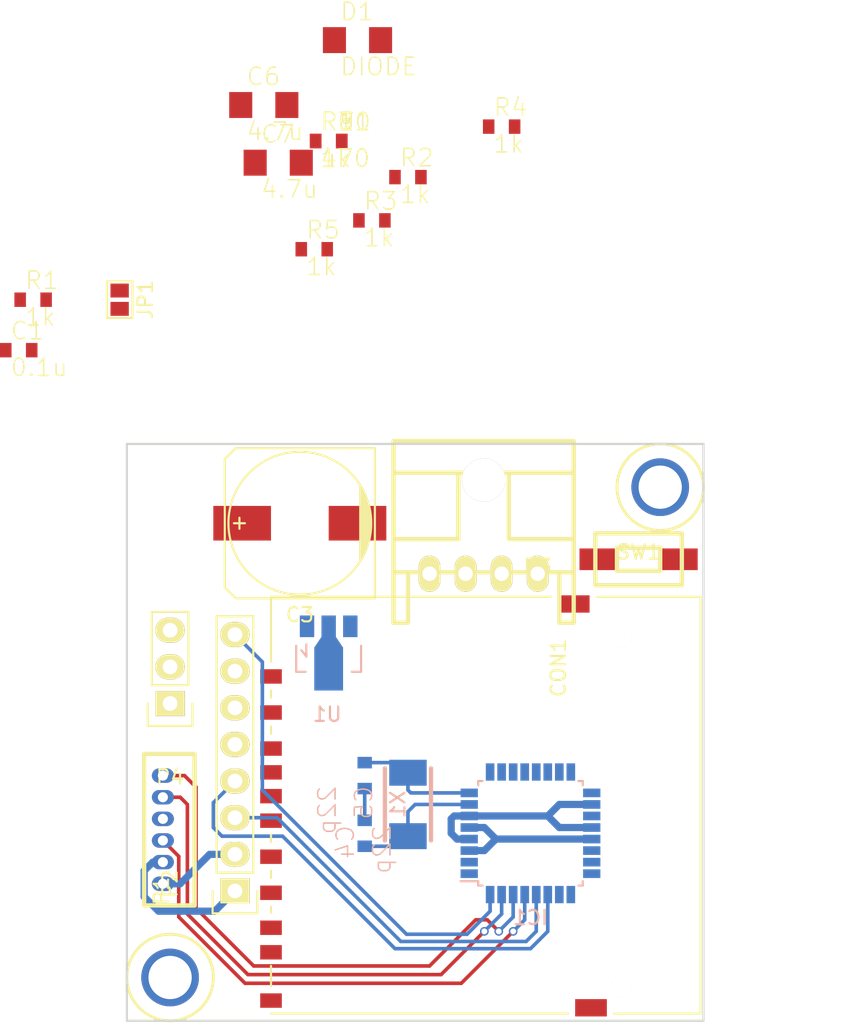
<source format=kicad_pcb>
(kicad_pcb (version 4) (host pcbnew 4.0.6)

  (general
    (links 73)
    (no_connects 50)
    (area -0.075001 -0.075001 40.075001 40.075001)
    (thickness 1.6)
    (drawings 6)
    (tracks 87)
    (zones 0)
    (modules 28)
    (nets 23)
  )

  (page A4)
  (layers
    (0 F.Cu signal)
    (31 B.Cu signal)
    (32 B.Adhes user)
    (33 F.Adhes user)
    (34 B.Paste user)
    (35 F.Paste user)
    (36 B.SilkS user)
    (37 F.SilkS user)
    (38 B.Mask user)
    (39 F.Mask user)
    (40 Dwgs.User user)
    (41 Cmts.User user)
    (42 Eco1.User user)
    (43 Eco2.User user)
    (44 Edge.Cuts user)
    (45 Margin user)
    (46 B.CrtYd user)
    (47 F.CrtYd user)
    (48 B.Fab user)
    (49 F.Fab user)
  )

  (setup
    (last_trace_width 0.25)
    (user_trace_width 0.5)
    (user_trace_width 1)
    (trace_clearance 0.2)
    (zone_clearance 0.4)
    (zone_45_only no)
    (trace_min 0.2)
    (segment_width 0.2)
    (edge_width 0.15)
    (via_size 0.6)
    (via_drill 0.4)
    (via_min_size 0.4)
    (via_min_drill 0.3)
    (user_via 1.2 0.8)
    (user_via 4 3)
    (uvia_size 0.3)
    (uvia_drill 0.1)
    (uvias_allowed no)
    (uvia_min_size 0.2)
    (uvia_min_drill 0.1)
    (pcb_text_width 0.3)
    (pcb_text_size 1.5 1.5)
    (mod_edge_width 0.15)
    (mod_text_size 1 1)
    (mod_text_width 0.15)
    (pad_size 1.524 1.524)
    (pad_drill 0.762)
    (pad_to_mask_clearance 0.2)
    (aux_axis_origin 0 0)
    (visible_elements 7FFEFFFF)
    (pcbplotparams
      (layerselection 0x00030_80000001)
      (usegerberextensions false)
      (excludeedgelayer true)
      (linewidth 0.100000)
      (plotframeref false)
      (viasonmask false)
      (mode 1)
      (useauxorigin false)
      (hpglpennumber 1)
      (hpglpenspeed 20)
      (hpglpendiameter 15)
      (hpglpenoverlay 2)
      (psnegative false)
      (psa4output false)
      (plotreference true)
      (plotvalue true)
      (plotinvisibletext false)
      (padsonsilk false)
      (subtractmaskfromsilk false)
      (outputformat 1)
      (mirror false)
      (drillshape 1)
      (scaleselection 1)
      (outputdirectory ""))
  )

  (net 0 "")
  (net 1 +5V)
  (net 2 GND)
  (net 3 /SS)
  (net 4 /MOSI)
  (net 5 /MISO)
  (net 6 /CLK)
  (net 7 /I2C_SDA)
  (net 8 /I2C_SCL)
  (net 9 /RST)
  (net 10 /RX)
  (net 11 /TX)
  (net 12 "Net-(JP1-Pad1)")
  (net 13 /INT)
  (net 14 "Net-(C4-Pad2)")
  (net 15 "Net-(C5-Pad2)")
  (net 16 +3.3V)
  (net 17 "Net-(D1-Pad2)")
  (net 18 /IR)
  (net 19 /Vsense)
  (net 20 "Net-(CON1-Pad1)")
  (net 21 "Net-(CON1-Pad2)")
  (net 22 "Net-(CON1-Pad5)")

  (net_class Default "これは標準のネット クラスです。"
    (clearance 0.2)
    (trace_width 0.25)
    (via_dia 0.6)
    (via_drill 0.4)
    (uvia_dia 0.3)
    (uvia_drill 0.1)
    (add_net +3.3V)
    (add_net +5V)
    (add_net /CLK)
    (add_net /I2C_SCL)
    (add_net /I2C_SDA)
    (add_net /INT)
    (add_net /IR)
    (add_net /MISO)
    (add_net /MOSI)
    (add_net /RST)
    (add_net /RX)
    (add_net /SS)
    (add_net /TX)
    (add_net /Vsense)
    (add_net GND)
    (add_net "Net-(C4-Pad2)")
    (add_net "Net-(C5-Pad2)")
    (add_net "Net-(CON1-Pad1)")
    (add_net "Net-(CON1-Pad2)")
    (add_net "Net-(CON1-Pad5)")
    (add_net "Net-(D1-Pad2)")
    (add_net "Net-(JP1-Pad1)")
  )

  (module Connect:SD_Card_Receptacle (layer F.Cu) (tedit 54A89A84) (tstamp 59537FF4)
    (at 10 25.5 90)
    (path /59538308)
    (fp_text reference CON1 (at 9.96386 19.9312 90) (layer F.SilkS)
      (effects (font (size 1 1) (thickness 0.15)))
    )
    (fp_text value SD_Card (at -1.2 9 90) (layer F.Fab)
      (effects (font (size 1 1) (thickness 0.15)))
    )
    (fp_line (start -14.7 41.05) (end 15.5 41.05) (layer F.CrtYd) (width 0.05))
    (fp_line (start 15.5 41.05) (end 15.5 -1.25) (layer F.CrtYd) (width 0.05))
    (fp_line (start 15.5 -1.25) (end -14.7 -1.25) (layer F.CrtYd) (width 0.05))
    (fp_line (start -14.7 -1.25) (end -14.7 41.05) (layer F.CrtYd) (width 0.05))
    (fp_line (start 7.9 0) (end 8.4 0) (layer F.SilkS) (width 0.15))
    (fp_line (start 5.4 0) (end 5.9 0) (layer F.SilkS) (width 0.15))
    (fp_line (start -2.1 0) (end -1.6 0) (layer F.SilkS) (width 0.15))
    (fp_line (start -4.6 0) (end -4.1 0) (layer F.SilkS) (width 0.15))
    (fp_line (start -7 0) (end -6.6 0) (layer F.SilkS) (width 0.15))
    (fp_line (start -12.1 0) (end -10.7 0) (layer F.SilkS) (width 0.15))
    (fp_line (start -14 20.6) (end -14 0) (layer F.SilkS) (width 0.15))
    (fp_line (start 14.9 19.4) (end 14.9 0) (layer F.SilkS) (width 0.15))
    (fp_line (start 14.9 0) (end 10.4 0) (layer F.SilkS) (width 0.15))
    (fp_line (start 14.9 29.8) (end -14 29.8) (layer F.SilkS) (width 0.15))
    (fp_line (start -14 29.8) (end -14 23.8) (layer F.SilkS) (width 0.15))
    (fp_line (start 14.9 29.8) (end 14.9 22.6) (layer F.SilkS) (width 0.15))
    (pad 1 smd rect (at 6.875 0 90) (size 1 1.5) (layers F.Cu F.Paste F.Mask)
      (net 20 "Net-(CON1-Pad1)"))
    (pad 2 smd rect (at 4.375 0 90) (size 1 1.5) (layers F.Cu F.Paste F.Mask)
      (net 21 "Net-(CON1-Pad2)"))
    (pad 3 smd rect (at 1.075 0 90) (size 1 1.5) (layers F.Cu F.Paste F.Mask)
      (net 2 GND))
    (pad 4 smd rect (at -0.625 0 90) (size 1 1.5) (layers F.Cu F.Paste F.Mask)
      (net 16 +3.3V))
    (pad 5 smd rect (at -3.125 0 90) (size 1 1.5) (layers F.Cu F.Paste F.Mask)
      (net 22 "Net-(CON1-Pad5)"))
    (pad 6 smd rect (at -5.625 0 90) (size 1 1.5) (layers F.Cu F.Paste F.Mask)
      (net 2 GND))
    (pad 7 smd rect (at -8.05 0 90) (size 1 1.5) (layers F.Cu F.Paste F.Mask)
      (net 5 /MISO))
    (pad 8 smd rect (at -9.75 0 90) (size 1 1.5) (layers F.Cu F.Paste F.Mask))
    (pad 9 smd rect (at 9.375 0 90) (size 1 1.5) (layers F.Cu F.Paste F.Mask))
    (pad 10 smd rect (at 2.725 0 90) (size 1 1.5) (layers F.Cu F.Paste F.Mask))
    (pad 11 smd rect (at -13.1 0 90) (size 1 1.5) (layers F.Cu F.Paste F.Mask))
    (pad 12 smd rect (at 14.4 21 90) (size 1.2 2.2) (layers F.Cu F.Paste F.Mask)
      (net 2 GND))
    (pad 13 smd rect (at -13.6 22.2 90) (size 1.2 2.2) (layers F.Cu F.Paste F.Mask)
      (net 2 GND))
    (pad "" np_thru_hole circle (at 12.1 24.3 90) (size 1.5 1.5) (drill 1.5) (layers *.Cu *.Mask F.SilkS))
    (pad "" np_thru_hole circle (at -12.1 24.3 90) (size 1.5 1.5) (drill 1.5) (layers *.Cu *.Mask F.SilkS))
  )

  (module RP_KiCAD_Libs:C1608_WP (layer F.Cu) (tedit 57C3E677) (tstamp 5950C6B2)
    (at -7.5 -6.5)
    (descr <b>CAPACITOR</b>)
    (path /594E10C9)
    (fp_text reference C1 (at -0.635 -0.635) (layer F.SilkS)
      (effects (font (size 1.2065 1.2065) (thickness 0.1016)) (justify left bottom))
    )
    (fp_text value 0.1u (at -0.635 1.905) (layer F.SilkS)
      (effects (font (size 1.2065 1.2065) (thickness 0.1016)) (justify left bottom))
    )
    (fp_line (start -0.356 -0.432) (end 0.356 -0.432) (layer Dwgs.User) (width 0.1016))
    (fp_line (start -0.356 0.419) (end 0.356 0.419) (layer Dwgs.User) (width 0.1016))
    (fp_poly (pts (xy -0.8382 0.4699) (xy -0.3381 0.4699) (xy -0.3381 -0.4801) (xy -0.8382 -0.4801)) (layer Dwgs.User) (width 0))
    (fp_poly (pts (xy 0.3302 0.4699) (xy 0.8303 0.4699) (xy 0.8303 -0.4801) (xy 0.3302 -0.4801)) (layer Dwgs.User) (width 0))
    (fp_poly (pts (xy -0.1999 0.3) (xy 0.1999 0.3) (xy 0.1999 -0.3) (xy -0.1999 -0.3)) (layer F.Adhes) (width 0))
    (pad 1 smd rect (at -0.9 0) (size 0.8 1) (layers F.Cu F.Paste F.Mask)
      (net 1 +5V))
    (pad 2 smd rect (at 0.9 0) (size 0.8 1) (layers F.Cu F.Paste F.Mask)
      (net 2 GND))
    (model Resistors_SMD.3dshapes/R_0603.wrl
      (at (xyz 0 0 0))
      (scale (xyz 1 1 1))
      (rotate (xyz 0 0 0))
    )
  )

  (module Connect:GS2 (layer F.Cu) (tedit 0) (tstamp 5950C6DC)
    (at -0.5 -10)
    (descr "Pontet Goute de soudure")
    (path /594E1ECE)
    (attr virtual)
    (fp_text reference JP1 (at 1.778 0 90) (layer F.SilkS)
      (effects (font (size 1 1) (thickness 0.15)))
    )
    (fp_text value JUMPER (at 1.524 0 90) (layer F.Fab)
      (effects (font (size 1 1) (thickness 0.15)))
    )
    (fp_line (start -0.889 -1.27) (end -0.889 1.27) (layer F.SilkS) (width 0.15))
    (fp_line (start 0.889 1.27) (end 0.889 -1.27) (layer F.SilkS) (width 0.15))
    (fp_line (start 0.889 1.27) (end -0.889 1.27) (layer F.SilkS) (width 0.15))
    (fp_line (start -0.889 -1.27) (end 0.889 -1.27) (layer F.SilkS) (width 0.15))
    (pad 1 smd rect (at 0 -0.635) (size 1.27 0.9652) (layers F.Cu F.Paste F.Mask)
      (net 12 "Net-(JP1-Pad1)"))
    (pad 2 smd rect (at 0 0.635) (size 1.27 0.9652) (layers F.Cu F.Paste F.Mask)
      (net 2 GND))
  )

  (module Socket_Strips:Socket_Strip_Straight_1x08 (layer F.Cu) (tedit 0) (tstamp 5950C6E8)
    (at 7.5 31 90)
    (descr "Through hole socket strip")
    (tags "socket strip")
    (path /594E11AB)
    (fp_text reference P1 (at 0 -5.1 90) (layer F.SilkS)
      (effects (font (size 1 1) (thickness 0.15)))
    )
    (fp_text value CONN_01X08 (at 0 -3.1 90) (layer F.Fab)
      (effects (font (size 1 1) (thickness 0.15)))
    )
    (fp_line (start -1.75 -1.75) (end -1.75 1.75) (layer F.CrtYd) (width 0.05))
    (fp_line (start 19.55 -1.75) (end 19.55 1.75) (layer F.CrtYd) (width 0.05))
    (fp_line (start -1.75 -1.75) (end 19.55 -1.75) (layer F.CrtYd) (width 0.05))
    (fp_line (start -1.75 1.75) (end 19.55 1.75) (layer F.CrtYd) (width 0.05))
    (fp_line (start 1.27 1.27) (end 19.05 1.27) (layer F.SilkS) (width 0.15))
    (fp_line (start 19.05 1.27) (end 19.05 -1.27) (layer F.SilkS) (width 0.15))
    (fp_line (start 19.05 -1.27) (end 1.27 -1.27) (layer F.SilkS) (width 0.15))
    (fp_line (start -1.55 1.55) (end 0 1.55) (layer F.SilkS) (width 0.15))
    (fp_line (start 1.27 1.27) (end 1.27 -1.27) (layer F.SilkS) (width 0.15))
    (fp_line (start 0 -1.55) (end -1.55 -1.55) (layer F.SilkS) (width 0.15))
    (fp_line (start -1.55 -1.55) (end -1.55 1.55) (layer F.SilkS) (width 0.15))
    (pad 1 thru_hole rect (at 0 0 90) (size 1.7272 2.032) (drill 1.016) (layers *.Cu *.Mask F.SilkS)
      (net 1 +5V))
    (pad 2 thru_hole oval (at 2.54 0 90) (size 1.7272 2.032) (drill 1.016) (layers *.Cu *.Mask F.SilkS)
      (net 2 GND))
    (pad 3 thru_hole oval (at 5.08 0 90) (size 1.7272 2.032) (drill 1.016) (layers *.Cu *.Mask F.SilkS)
      (net 8 /I2C_SCL))
    (pad 4 thru_hole oval (at 7.62 0 90) (size 1.7272 2.032) (drill 1.016) (layers *.Cu *.Mask F.SilkS)
      (net 7 /I2C_SDA))
    (pad 5 thru_hole oval (at 10.16 0 90) (size 1.7272 2.032) (drill 1.016) (layers *.Cu *.Mask F.SilkS))
    (pad 6 thru_hole oval (at 12.7 0 90) (size 1.7272 2.032) (drill 1.016) (layers *.Cu *.Mask F.SilkS))
    (pad 7 thru_hole oval (at 15.24 0 90) (size 1.7272 2.032) (drill 1.016) (layers *.Cu *.Mask F.SilkS)
      (net 12 "Net-(JP1-Pad1)"))
    (pad 8 thru_hole oval (at 17.78 0 90) (size 1.7272 2.032) (drill 1.016) (layers *.Cu *.Mask F.SilkS)
      (net 13 /INT))
    (model Socket_Strips.3dshapes/Socket_Strip_Straight_1x08.wrl
      (at (xyz 0.35 0 0))
      (scale (xyz 1 1 1))
      (rotate (xyz 0 0 180))
    )
  )

  (module RP_KiCAD_Connector:ZH_6T (layer F.Cu) (tedit 585B7582) (tstamp 5950C6F2)
    (at 2.5 30.5 90)
    (path /594E17E2)
    (fp_text reference P2 (at 0 0.5 90) (layer F.SilkS)
      (effects (font (size 1 1) (thickness 0.15)))
    )
    (fp_text value CONN_01X06 (at 3.5 1.5 90) (layer F.Fab)
      (effects (font (size 1 1) (thickness 0.15)))
    )
    (fp_line (start -1.5 -1.3) (end 9 -1.3) (layer F.SilkS) (width 0.3))
    (fp_line (start 9 -1.3) (end 9 2.2) (layer F.SilkS) (width 0.3))
    (fp_line (start 9 2.2) (end -1.5 2.2) (layer F.SilkS) (width 0.3))
    (fp_line (start -1.5 2.2) (end -1.5 -1.3) (layer F.SilkS) (width 0.3))
    (pad 1 thru_hole oval (at 0 0 90) (size 1 1.524) (drill 0.7) (layers *.Cu *.Mask)
      (net 2 GND))
    (pad 2 thru_hole oval (at 1.5 0 90) (size 1 1.524) (drill 0.7) (layers *.Cu *.Mask)
      (net 1 +5V))
    (pad 3 thru_hole oval (at 3 0 90) (size 1 1.524) (drill 0.7) (layers *.Cu *.Mask)
      (net 9 /RST))
    (pad 4 thru_hole oval (at 4.5 0 90) (size 1 1.524) (drill 0.7) (layers *.Cu *.Mask))
    (pad 5 thru_hole oval (at 6 0 90) (size 1 1.524) (drill 0.7) (layers *.Cu *.Mask)
      (net 11 /TX))
    (pad 6 thru_hole oval (at 7.5 0 90) (size 1 1.524) (drill 0.7) (layers *.Cu *.Mask)
      (net 10 /RX))
    (model conn_ZRandZH/ZH_6T.wrl
      (at (xyz 0.148 0.05 0))
      (scale (xyz 4 4 4))
      (rotate (xyz -90 0 180))
    )
  )

  (module RP_KiCAD_Connector:XA_4LC (layer F.Cu) (tedit 585B7649) (tstamp 5950C6FB)
    (at 28.5 9 180)
    (path /594E23C7)
    (fp_text reference P3 (at 0 0.5 180) (layer F.SilkS)
      (effects (font (size 1 1) (thickness 0.15)))
    )
    (fp_text value CONN_01X04 (at 3.5 8 180) (layer F.Fab)
      (effects (font (size 1 1) (thickness 0.15)))
    )
    (fp_line (start 10 9.2) (end -2.5 9.2) (layer F.SilkS) (width 0.3))
    (fp_line (start 10 -3.4) (end 10 9.2) (layer F.SilkS) (width 0.3))
    (fp_line (start 9 0.1) (end 9 -3.4) (layer F.SilkS) (width 0.3))
    (fp_line (start 9 -3.4) (end 10 -3.4) (layer F.SilkS) (width 0.3))
    (fp_line (start -2.5 0.1) (end 10 0.1) (layer F.SilkS) (width 0.3))
    (fp_line (start 5.5 2.4) (end 5.5 7) (layer F.SilkS) (width 0.3))
    (fp_line (start 5.5 2.4) (end 10 2.4) (layer F.SilkS) (width 0.3))
    (fp_line (start 2 7) (end 2 2.4) (layer F.SilkS) (width 0.3))
    (fp_line (start 2 2.4) (end -2.5 2.4) (layer F.SilkS) (width 0.3))
    (fp_line (start -2.5 7) (end 10 7) (layer F.SilkS) (width 0.3))
    (fp_line (start -2.5 -3.4) (end -2.5 9.2) (layer F.SilkS) (width 0.3))
    (fp_line (start -2.5 -3.4) (end -1.5 -3.4) (layer F.SilkS) (width 0.3))
    (fp_line (start -1.5 -3.4) (end -1.5 0.1) (layer F.SilkS) (width 0.3))
    (pad 1 thru_hole oval (at 0 0 180) (size 1.5 2.5) (drill 1) (layers *.Cu *.Mask F.SilkS)
      (net 2 GND))
    (pad 2 thru_hole oval (at 2.5 0 180) (size 1.5 2.5) (drill 1) (layers *.Cu *.Mask F.SilkS)
      (net 17 "Net-(D1-Pad2)"))
    (pad 3 thru_hole oval (at 5 0 180) (size 1.5 2.5) (drill 1) (layers *.Cu *.Mask F.SilkS)
      (net 10 /RX))
    (pad 4 thru_hole oval (at 7.5 0 180) (size 1.5 2.5) (drill 1) (layers *.Cu *.Mask F.SilkS)
      (net 11 /TX))
    (pad "" thru_hole circle (at 3.75 6.5 180) (size 3 3) (drill 3) (layers *.Cu *.Mask F.SilkS)
      (clearance -0.3))
    (model conn_XA/XA_4S.wrl
      (at (xyz 0.15 -0.2 0))
      (scale (xyz 4 4 4))
      (rotate (xyz 0 0 180))
    )
  )

  (module RP_KiCAD_Libs:C1608_WP (layer F.Cu) (tedit 57C3E677) (tstamp 5950C701)
    (at -6.5 -10)
    (descr <b>CAPACITOR</b>)
    (path /594E1526)
    (fp_text reference R1 (at -0.635 -0.635) (layer F.SilkS)
      (effects (font (size 1.2065 1.2065) (thickness 0.1016)) (justify left bottom))
    )
    (fp_text value 1k (at -0.635 1.905) (layer F.SilkS)
      (effects (font (size 1.2065 1.2065) (thickness 0.1016)) (justify left bottom))
    )
    (fp_line (start -0.356 -0.432) (end 0.356 -0.432) (layer Dwgs.User) (width 0.1016))
    (fp_line (start -0.356 0.419) (end 0.356 0.419) (layer Dwgs.User) (width 0.1016))
    (fp_poly (pts (xy -0.8382 0.4699) (xy -0.3381 0.4699) (xy -0.3381 -0.4801) (xy -0.8382 -0.4801)) (layer Dwgs.User) (width 0))
    (fp_poly (pts (xy 0.3302 0.4699) (xy 0.8303 0.4699) (xy 0.8303 -0.4801) (xy 0.3302 -0.4801)) (layer Dwgs.User) (width 0))
    (fp_poly (pts (xy -0.1999 0.3) (xy 0.1999 0.3) (xy 0.1999 -0.3) (xy -0.1999 -0.3)) (layer F.Adhes) (width 0))
    (pad 1 smd rect (at -0.9 0) (size 0.8 1) (layers F.Cu F.Paste F.Mask)
      (net 1 +5V))
    (pad 2 smd rect (at 0.9 0) (size 0.8 1) (layers F.Cu F.Paste F.Mask)
      (net 9 /RST))
    (model Resistors_SMD.3dshapes/R_0603.wrl
      (at (xyz 0 0 0))
      (scale (xyz 1 1 1))
      (rotate (xyz 0 0 0))
    )
  )

  (module RP_KiCAD_Libs:C1608_WP (layer B.Cu) (tedit 57C3E677) (tstamp 5950CEC0)
    (at 16.5 27 270)
    (descr <b>CAPACITOR</b>)
    (path /5950E91B)
    (fp_text reference C4 (at -0.635 0.635 270) (layer B.SilkS)
      (effects (font (size 1.2065 1.2065) (thickness 0.1016)) (justify left bottom mirror))
    )
    (fp_text value 22p (at -0.635 -1.905 270) (layer B.SilkS)
      (effects (font (size 1.2065 1.2065) (thickness 0.1016)) (justify left bottom mirror))
    )
    (fp_line (start -0.356 0.432) (end 0.356 0.432) (layer Dwgs.User) (width 0.1016))
    (fp_line (start -0.356 -0.419) (end 0.356 -0.419) (layer Dwgs.User) (width 0.1016))
    (fp_poly (pts (xy -0.8382 -0.4699) (xy -0.3381 -0.4699) (xy -0.3381 0.4801) (xy -0.8382 0.4801)) (layer Dwgs.User) (width 0))
    (fp_poly (pts (xy 0.3302 -0.4699) (xy 0.8303 -0.4699) (xy 0.8303 0.4801) (xy 0.3302 0.4801)) (layer Dwgs.User) (width 0))
    (fp_poly (pts (xy -0.1999 -0.3) (xy 0.1999 -0.3) (xy 0.1999 0.3) (xy -0.1999 0.3)) (layer B.Adhes) (width 0))
    (pad 1 smd rect (at -0.9 0 270) (size 0.8 1) (layers B.Cu B.Paste B.Mask)
      (net 2 GND))
    (pad 2 smd rect (at 0.9 0 270) (size 0.8 1) (layers B.Cu B.Paste B.Mask)
      (net 14 "Net-(C4-Pad2)"))
    (model Resistors_SMD.3dshapes/R_0603.wrl
      (at (xyz 0 0 0))
      (scale (xyz 1 1 1))
      (rotate (xyz 0 0 0))
    )
  )

  (module RP_KiCAD_Libs:C1608_WP (layer B.Cu) (tedit 57C3E677) (tstamp 5950CEC6)
    (at 16.5 23 90)
    (descr <b>CAPACITOR</b>)
    (path /5950E972)
    (fp_text reference C5 (at -0.635 0.635 90) (layer B.SilkS)
      (effects (font (size 1.2065 1.2065) (thickness 0.1016)) (justify left bottom mirror))
    )
    (fp_text value 22p (at -0.635 -1.905 90) (layer B.SilkS)
      (effects (font (size 1.2065 1.2065) (thickness 0.1016)) (justify left bottom mirror))
    )
    (fp_line (start -0.356 0.432) (end 0.356 0.432) (layer Dwgs.User) (width 0.1016))
    (fp_line (start -0.356 -0.419) (end 0.356 -0.419) (layer Dwgs.User) (width 0.1016))
    (fp_poly (pts (xy -0.8382 -0.4699) (xy -0.3381 -0.4699) (xy -0.3381 0.4801) (xy -0.8382 0.4801)) (layer Dwgs.User) (width 0))
    (fp_poly (pts (xy 0.3302 -0.4699) (xy 0.8303 -0.4699) (xy 0.8303 0.4801) (xy 0.3302 0.4801)) (layer Dwgs.User) (width 0))
    (fp_poly (pts (xy -0.1999 -0.3) (xy 0.1999 -0.3) (xy 0.1999 0.3) (xy -0.1999 0.3)) (layer B.Adhes) (width 0))
    (pad 1 smd rect (at -0.9 0 90) (size 0.8 1) (layers B.Cu B.Paste B.Mask)
      (net 2 GND))
    (pad 2 smd rect (at 0.9 0 90) (size 0.8 1) (layers B.Cu B.Paste B.Mask)
      (net 15 "Net-(C5-Pad2)"))
    (model Resistors_SMD.3dshapes/R_0603.wrl
      (at (xyz 0 0 0))
      (scale (xyz 1 1 1))
      (rotate (xyz 0 0 0))
    )
  )

  (module RP_KiCAD_Libs:C3216 (layer F.Cu) (tedit 0) (tstamp 5950CECC)
    (at 9.5 -23.5)
    (descr <b>CAPACITOR</b>)
    (path /5950DC49)
    (fp_text reference C6 (at -1.27 -1.27) (layer F.SilkS)
      (effects (font (size 1.2065 1.2065) (thickness 0.1016)) (justify left bottom))
    )
    (fp_text value 4.7u (at -1.27 2.54) (layer F.SilkS)
      (effects (font (size 1.2065 1.2065) (thickness 0.1016)) (justify left bottom))
    )
    (fp_line (start -0.965 -0.787) (end 0.965 -0.787) (layer Dwgs.User) (width 0.1016))
    (fp_line (start -0.965 0.787) (end 0.965 0.787) (layer Dwgs.User) (width 0.1016))
    (fp_poly (pts (xy -1.7018 0.8509) (xy -0.9517 0.8509) (xy -0.9517 -0.8491) (xy -1.7018 -0.8491)) (layer Dwgs.User) (width 0))
    (fp_poly (pts (xy 0.9517 0.8491) (xy 1.7018 0.8491) (xy 1.7018 -0.8509) (xy 0.9517 -0.8509)) (layer Dwgs.User) (width 0))
    (fp_poly (pts (xy -0.3 0.5001) (xy 0.3 0.5001) (xy 0.3 -0.5001) (xy -0.3 -0.5001)) (layer F.Adhes) (width 0))
    (pad 1 smd rect (at -1.6 0) (size 1.6 1.8) (layers F.Cu F.Paste F.Mask)
      (net 1 +5V))
    (pad 2 smd rect (at 1.6 0) (size 1.6 1.8) (layers F.Cu F.Paste F.Mask)
      (net 2 GND))
    (model Resistors_SMD.3dshapes/R_1206.wrl
      (at (xyz 0 0 0))
      (scale (xyz 1 1 1))
      (rotate (xyz 0 0 0))
    )
  )

  (module RP_KiCAD_Libs:C3216 (layer F.Cu) (tedit 0) (tstamp 5950CED2)
    (at 10.5 -19.5)
    (descr <b>CAPACITOR</b>)
    (path /5950DCEB)
    (fp_text reference C7 (at -1.27 -1.27) (layer F.SilkS)
      (effects (font (size 1.2065 1.2065) (thickness 0.1016)) (justify left bottom))
    )
    (fp_text value 4.7u (at -1.27 2.54) (layer F.SilkS)
      (effects (font (size 1.2065 1.2065) (thickness 0.1016)) (justify left bottom))
    )
    (fp_line (start -0.965 -0.787) (end 0.965 -0.787) (layer Dwgs.User) (width 0.1016))
    (fp_line (start -0.965 0.787) (end 0.965 0.787) (layer Dwgs.User) (width 0.1016))
    (fp_poly (pts (xy -1.7018 0.8509) (xy -0.9517 0.8509) (xy -0.9517 -0.8491) (xy -1.7018 -0.8491)) (layer Dwgs.User) (width 0))
    (fp_poly (pts (xy 0.9517 0.8491) (xy 1.7018 0.8491) (xy 1.7018 -0.8509) (xy 0.9517 -0.8509)) (layer Dwgs.User) (width 0))
    (fp_poly (pts (xy -0.3 0.5001) (xy 0.3 0.5001) (xy 0.3 -0.5001) (xy -0.3 -0.5001)) (layer F.Adhes) (width 0))
    (pad 1 smd rect (at -1.6 0) (size 1.6 1.8) (layers F.Cu F.Paste F.Mask)
      (net 16 +3.3V))
    (pad 2 smd rect (at 1.6 0) (size 1.6 1.8) (layers F.Cu F.Paste F.Mask)
      (net 2 GND))
    (model Resistors_SMD.3dshapes/R_1206.wrl
      (at (xyz 0 0 0))
      (scale (xyz 1 1 1))
      (rotate (xyz 0 0 0))
    )
  )

  (module RP_KiCAD_Libs:C3216 (layer F.Cu) (tedit 0) (tstamp 5950CED8)
    (at 16 -28)
    (descr <b>CAPACITOR</b>)
    (path /59515641)
    (fp_text reference D1 (at -1.27 -1.27) (layer F.SilkS)
      (effects (font (size 1.2065 1.2065) (thickness 0.1016)) (justify left bottom))
    )
    (fp_text value DIODE (at -1.27 2.54) (layer F.SilkS)
      (effects (font (size 1.2065 1.2065) (thickness 0.1016)) (justify left bottom))
    )
    (fp_line (start -0.965 -0.787) (end 0.965 -0.787) (layer Dwgs.User) (width 0.1016))
    (fp_line (start -0.965 0.787) (end 0.965 0.787) (layer Dwgs.User) (width 0.1016))
    (fp_poly (pts (xy -1.7018 0.8509) (xy -0.9517 0.8509) (xy -0.9517 -0.8491) (xy -1.7018 -0.8491)) (layer Dwgs.User) (width 0))
    (fp_poly (pts (xy 0.9517 0.8491) (xy 1.7018 0.8491) (xy 1.7018 -0.8509) (xy 0.9517 -0.8509)) (layer Dwgs.User) (width 0))
    (fp_poly (pts (xy -0.3 0.5001) (xy 0.3 0.5001) (xy 0.3 -0.5001) (xy -0.3 -0.5001)) (layer F.Adhes) (width 0))
    (pad 1 smd rect (at -1.6 0) (size 1.6 1.8) (layers F.Cu F.Paste F.Mask)
      (net 1 +5V))
    (pad 2 smd rect (at 1.6 0) (size 1.6 1.8) (layers F.Cu F.Paste F.Mask)
      (net 17 "Net-(D1-Pad2)"))
    (model Resistors_SMD.3dshapes/R_1206.wrl
      (at (xyz 0 0 0))
      (scale (xyz 1 1 1))
      (rotate (xyz 0 0 0))
    )
  )

  (module Pin_Headers:Pin_Header_Straight_1x03 (layer F.Cu) (tedit 0) (tstamp 5950CEDF)
    (at 3 18 180)
    (descr "Through hole pin header")
    (tags "pin header")
    (path /5950F6E4)
    (fp_text reference P4 (at 0 -5.1 180) (layer F.SilkS)
      (effects (font (size 1 1) (thickness 0.15)))
    )
    (fp_text value CONN_01X03 (at 0 -3.1 180) (layer F.Fab)
      (effects (font (size 1 1) (thickness 0.15)))
    )
    (fp_line (start -1.75 -1.75) (end -1.75 6.85) (layer F.CrtYd) (width 0.05))
    (fp_line (start 1.75 -1.75) (end 1.75 6.85) (layer F.CrtYd) (width 0.05))
    (fp_line (start -1.75 -1.75) (end 1.75 -1.75) (layer F.CrtYd) (width 0.05))
    (fp_line (start -1.75 6.85) (end 1.75 6.85) (layer F.CrtYd) (width 0.05))
    (fp_line (start -1.27 1.27) (end -1.27 6.35) (layer F.SilkS) (width 0.15))
    (fp_line (start -1.27 6.35) (end 1.27 6.35) (layer F.SilkS) (width 0.15))
    (fp_line (start 1.27 6.35) (end 1.27 1.27) (layer F.SilkS) (width 0.15))
    (fp_line (start 1.55 -1.55) (end 1.55 0) (layer F.SilkS) (width 0.15))
    (fp_line (start 1.27 1.27) (end -1.27 1.27) (layer F.SilkS) (width 0.15))
    (fp_line (start -1.55 0) (end -1.55 -1.55) (layer F.SilkS) (width 0.15))
    (fp_line (start -1.55 -1.55) (end 1.55 -1.55) (layer F.SilkS) (width 0.15))
    (pad 1 thru_hole rect (at 0 0 180) (size 2.032 1.7272) (drill 1.016) (layers *.Cu *.Mask F.SilkS)
      (net 18 /IR))
    (pad 2 thru_hole oval (at 0 2.54 180) (size 2.032 1.7272) (drill 1.016) (layers *.Cu *.Mask F.SilkS)
      (net 2 GND))
    (pad 3 thru_hole oval (at 0 5.08 180) (size 2.032 1.7272) (drill 1.016) (layers *.Cu *.Mask F.SilkS)
      (net 1 +5V))
    (model Pin_Headers.3dshapes/Pin_Header_Straight_1x03.wrl
      (at (xyz 0 -0.1 0))
      (scale (xyz 1 1 1))
      (rotate (xyz 0 0 90))
    )
  )

  (module RP_KiCAD_Libs:C1608_WP (layer F.Cu) (tedit 57C3E677) (tstamp 5950CEE5)
    (at 19.5 -18.5)
    (descr <b>CAPACITOR</b>)
    (path /59517E92)
    (fp_text reference R2 (at -0.635 -0.635) (layer F.SilkS)
      (effects (font (size 1.2065 1.2065) (thickness 0.1016)) (justify left bottom))
    )
    (fp_text value 1k (at -0.635 1.905) (layer F.SilkS)
      (effects (font (size 1.2065 1.2065) (thickness 0.1016)) (justify left bottom))
    )
    (fp_line (start -0.356 -0.432) (end 0.356 -0.432) (layer Dwgs.User) (width 0.1016))
    (fp_line (start -0.356 0.419) (end 0.356 0.419) (layer Dwgs.User) (width 0.1016))
    (fp_poly (pts (xy -0.8382 0.4699) (xy -0.3381 0.4699) (xy -0.3381 -0.4801) (xy -0.8382 -0.4801)) (layer Dwgs.User) (width 0))
    (fp_poly (pts (xy 0.3302 0.4699) (xy 0.8303 0.4699) (xy 0.8303 -0.4801) (xy 0.3302 -0.4801)) (layer Dwgs.User) (width 0))
    (fp_poly (pts (xy -0.1999 0.3) (xy 0.1999 0.3) (xy 0.1999 -0.3) (xy -0.1999 -0.3)) (layer F.Adhes) (width 0))
    (pad 1 smd rect (at -0.9 0) (size 0.8 1) (layers F.Cu F.Paste F.Mask)
      (net 19 /Vsense))
    (pad 2 smd rect (at 0.9 0) (size 0.8 1) (layers F.Cu F.Paste F.Mask)
      (net 17 "Net-(D1-Pad2)"))
    (model Resistors_SMD.3dshapes/R_0603.wrl
      (at (xyz 0 0 0))
      (scale (xyz 1 1 1))
      (rotate (xyz 0 0 0))
    )
  )

  (module RP_KiCAD_Libs:C1608_WP (layer F.Cu) (tedit 57C3E677) (tstamp 5950CEEB)
    (at 17 -15.5)
    (descr <b>CAPACITOR</b>)
    (path /59510516)
    (fp_text reference R3 (at -0.635 -0.635) (layer F.SilkS)
      (effects (font (size 1.2065 1.2065) (thickness 0.1016)) (justify left bottom))
    )
    (fp_text value 1k (at -0.635 1.905) (layer F.SilkS)
      (effects (font (size 1.2065 1.2065) (thickness 0.1016)) (justify left bottom))
    )
    (fp_line (start -0.356 -0.432) (end 0.356 -0.432) (layer Dwgs.User) (width 0.1016))
    (fp_line (start -0.356 0.419) (end 0.356 0.419) (layer Dwgs.User) (width 0.1016))
    (fp_poly (pts (xy -0.8382 0.4699) (xy -0.3381 0.4699) (xy -0.3381 -0.4801) (xy -0.8382 -0.4801)) (layer Dwgs.User) (width 0))
    (fp_poly (pts (xy 0.3302 0.4699) (xy 0.8303 0.4699) (xy 0.8303 -0.4801) (xy 0.3302 -0.4801)) (layer Dwgs.User) (width 0))
    (fp_poly (pts (xy -0.1999 0.3) (xy 0.1999 0.3) (xy 0.1999 -0.3) (xy -0.1999 -0.3)) (layer F.Adhes) (width 0))
    (pad 1 smd rect (at -0.9 0) (size 0.8 1) (layers F.Cu F.Paste F.Mask)
      (net 7 /I2C_SDA))
    (pad 2 smd rect (at 0.9 0) (size 0.8 1) (layers F.Cu F.Paste F.Mask)
      (net 1 +5V))
    (model Resistors_SMD.3dshapes/R_0603.wrl
      (at (xyz 0 0 0))
      (scale (xyz 1 1 1))
      (rotate (xyz 0 0 0))
    )
  )

  (module RP_KiCAD_Libs:C1608_WP (layer F.Cu) (tedit 57C3E677) (tstamp 5950CEF1)
    (at 26 -22)
    (descr <b>CAPACITOR</b>)
    (path /59510629)
    (fp_text reference R4 (at -0.635 -0.635) (layer F.SilkS)
      (effects (font (size 1.2065 1.2065) (thickness 0.1016)) (justify left bottom))
    )
    (fp_text value 1k (at -0.635 1.905) (layer F.SilkS)
      (effects (font (size 1.2065 1.2065) (thickness 0.1016)) (justify left bottom))
    )
    (fp_line (start -0.356 -0.432) (end 0.356 -0.432) (layer Dwgs.User) (width 0.1016))
    (fp_line (start -0.356 0.419) (end 0.356 0.419) (layer Dwgs.User) (width 0.1016))
    (fp_poly (pts (xy -0.8382 0.4699) (xy -0.3381 0.4699) (xy -0.3381 -0.4801) (xy -0.8382 -0.4801)) (layer Dwgs.User) (width 0))
    (fp_poly (pts (xy 0.3302 0.4699) (xy 0.8303 0.4699) (xy 0.8303 -0.4801) (xy 0.3302 -0.4801)) (layer Dwgs.User) (width 0))
    (fp_poly (pts (xy -0.1999 0.3) (xy 0.1999 0.3) (xy 0.1999 -0.3) (xy -0.1999 -0.3)) (layer F.Adhes) (width 0))
    (pad 1 smd rect (at -0.9 0) (size 0.8 1) (layers F.Cu F.Paste F.Mask)
      (net 8 /I2C_SCL))
    (pad 2 smd rect (at 0.9 0) (size 0.8 1) (layers F.Cu F.Paste F.Mask)
      (net 1 +5V))
    (model Resistors_SMD.3dshapes/R_0603.wrl
      (at (xyz 0 0 0))
      (scale (xyz 1 1 1))
      (rotate (xyz 0 0 0))
    )
  )

  (module RP_KiCAD_Libs:C1608_WP (layer F.Cu) (tedit 57C3E677) (tstamp 5950CEF7)
    (at 13 -13.5)
    (descr <b>CAPACITOR</b>)
    (path /59517F58)
    (fp_text reference R5 (at -0.635 -0.635) (layer F.SilkS)
      (effects (font (size 1.2065 1.2065) (thickness 0.1016)) (justify left bottom))
    )
    (fp_text value 1k (at -0.635 1.905) (layer F.SilkS)
      (effects (font (size 1.2065 1.2065) (thickness 0.1016)) (justify left bottom))
    )
    (fp_line (start -0.356 -0.432) (end 0.356 -0.432) (layer Dwgs.User) (width 0.1016))
    (fp_line (start -0.356 0.419) (end 0.356 0.419) (layer Dwgs.User) (width 0.1016))
    (fp_poly (pts (xy -0.8382 0.4699) (xy -0.3381 0.4699) (xy -0.3381 -0.4801) (xy -0.8382 -0.4801)) (layer Dwgs.User) (width 0))
    (fp_poly (pts (xy 0.3302 0.4699) (xy 0.8303 0.4699) (xy 0.8303 -0.4801) (xy 0.3302 -0.4801)) (layer Dwgs.User) (width 0))
    (fp_poly (pts (xy -0.1999 0.3) (xy 0.1999 0.3) (xy 0.1999 -0.3) (xy -0.1999 -0.3)) (layer F.Adhes) (width 0))
    (pad 1 smd rect (at -0.9 0) (size 0.8 1) (layers F.Cu F.Paste F.Mask)
      (net 2 GND))
    (pad 2 smd rect (at 0.9 0) (size 0.8 1) (layers F.Cu F.Paste F.Mask)
      (net 19 /Vsense))
    (model Resistors_SMD.3dshapes/R_0603.wrl
      (at (xyz 0 0 0))
      (scale (xyz 1 1 1))
      (rotate (xyz 0 0 0))
    )
  )

  (module RP_KiCAD_Libs:C1608_WP (layer F.Cu) (tedit 57C3E677) (tstamp 5950CEFD)
    (at 14 -21)
    (descr <b>CAPACITOR</b>)
    (path /59511C87)
    (fp_text reference R6 (at -0.635 -0.635) (layer F.SilkS)
      (effects (font (size 1.2065 1.2065) (thickness 0.1016)) (justify left bottom))
    )
    (fp_text value 470 (at -0.635 1.905) (layer F.SilkS)
      (effects (font (size 1.2065 1.2065) (thickness 0.1016)) (justify left bottom))
    )
    (fp_line (start -0.356 -0.432) (end 0.356 -0.432) (layer Dwgs.User) (width 0.1016))
    (fp_line (start -0.356 0.419) (end 0.356 0.419) (layer Dwgs.User) (width 0.1016))
    (fp_poly (pts (xy -0.8382 0.4699) (xy -0.3381 0.4699) (xy -0.3381 -0.4801) (xy -0.8382 -0.4801)) (layer Dwgs.User) (width 0))
    (fp_poly (pts (xy 0.3302 0.4699) (xy 0.8303 0.4699) (xy 0.8303 -0.4801) (xy 0.3302 -0.4801)) (layer Dwgs.User) (width 0))
    (fp_poly (pts (xy -0.1999 0.3) (xy 0.1999 0.3) (xy 0.1999 -0.3) (xy -0.1999 -0.3)) (layer F.Adhes) (width 0))
    (pad 1 smd rect (at -0.9 0) (size 0.8 1) (layers F.Cu F.Paste F.Mask)
      (net 21 "Net-(CON1-Pad2)"))
    (pad 2 smd rect (at 0.9 0) (size 0.8 1) (layers F.Cu F.Paste F.Mask)
      (net 4 /MOSI))
    (model Resistors_SMD.3dshapes/R_0603.wrl
      (at (xyz 0 0 0))
      (scale (xyz 1 1 1))
      (rotate (xyz 0 0 0))
    )
  )

  (module RP_KiCAD_Libs:C1608_WP (layer F.Cu) (tedit 57C3E677) (tstamp 5950CF03)
    (at 14 -21)
    (descr <b>CAPACITOR</b>)
    (path /59511C8D)
    (fp_text reference R7 (at -0.635 -0.635) (layer F.SilkS)
      (effects (font (size 1.2065 1.2065) (thickness 0.1016)) (justify left bottom))
    )
    (fp_text value 1k (at -0.635 1.905) (layer F.SilkS)
      (effects (font (size 1.2065 1.2065) (thickness 0.1016)) (justify left bottom))
    )
    (fp_line (start -0.356 -0.432) (end 0.356 -0.432) (layer Dwgs.User) (width 0.1016))
    (fp_line (start -0.356 0.419) (end 0.356 0.419) (layer Dwgs.User) (width 0.1016))
    (fp_poly (pts (xy -0.8382 0.4699) (xy -0.3381 0.4699) (xy -0.3381 -0.4801) (xy -0.8382 -0.4801)) (layer Dwgs.User) (width 0))
    (fp_poly (pts (xy 0.3302 0.4699) (xy 0.8303 0.4699) (xy 0.8303 -0.4801) (xy 0.3302 -0.4801)) (layer Dwgs.User) (width 0))
    (fp_poly (pts (xy -0.1999 0.3) (xy 0.1999 0.3) (xy 0.1999 -0.3) (xy -0.1999 -0.3)) (layer F.Adhes) (width 0))
    (pad 1 smd rect (at -0.9 0) (size 0.8 1) (layers F.Cu F.Paste F.Mask)
      (net 21 "Net-(CON1-Pad2)"))
    (pad 2 smd rect (at 0.9 0) (size 0.8 1) (layers F.Cu F.Paste F.Mask)
      (net 2 GND))
    (model Resistors_SMD.3dshapes/R_0603.wrl
      (at (xyz 0 0 0))
      (scale (xyz 1 1 1))
      (rotate (xyz 0 0 0))
    )
  )

  (module RP_KiCAD_Libs:C1608_WP (layer F.Cu) (tedit 57C3E677) (tstamp 5950CF09)
    (at 14 -21)
    (descr <b>CAPACITOR</b>)
    (path /59511D7F)
    (fp_text reference R8 (at -0.635 -0.635) (layer F.SilkS)
      (effects (font (size 1.2065 1.2065) (thickness 0.1016)) (justify left bottom))
    )
    (fp_text value 470 (at -0.635 1.905) (layer F.SilkS)
      (effects (font (size 1.2065 1.2065) (thickness 0.1016)) (justify left bottom))
    )
    (fp_line (start -0.356 -0.432) (end 0.356 -0.432) (layer Dwgs.User) (width 0.1016))
    (fp_line (start -0.356 0.419) (end 0.356 0.419) (layer Dwgs.User) (width 0.1016))
    (fp_poly (pts (xy -0.8382 0.4699) (xy -0.3381 0.4699) (xy -0.3381 -0.4801) (xy -0.8382 -0.4801)) (layer Dwgs.User) (width 0))
    (fp_poly (pts (xy 0.3302 0.4699) (xy 0.8303 0.4699) (xy 0.8303 -0.4801) (xy 0.3302 -0.4801)) (layer Dwgs.User) (width 0))
    (fp_poly (pts (xy -0.1999 0.3) (xy 0.1999 0.3) (xy 0.1999 -0.3) (xy -0.1999 -0.3)) (layer F.Adhes) (width 0))
    (pad 1 smd rect (at -0.9 0) (size 0.8 1) (layers F.Cu F.Paste F.Mask)
      (net 20 "Net-(CON1-Pad1)"))
    (pad 2 smd rect (at 0.9 0) (size 0.8 1) (layers F.Cu F.Paste F.Mask)
      (net 3 /SS))
    (model Resistors_SMD.3dshapes/R_0603.wrl
      (at (xyz 0 0 0))
      (scale (xyz 1 1 1))
      (rotate (xyz 0 0 0))
    )
  )

  (module RP_KiCAD_Libs:C1608_WP (layer F.Cu) (tedit 57C3E677) (tstamp 5950CF0F)
    (at 14 -21)
    (descr <b>CAPACITOR</b>)
    (path /59511D85)
    (fp_text reference R9 (at -0.635 -0.635) (layer F.SilkS)
      (effects (font (size 1.2065 1.2065) (thickness 0.1016)) (justify left bottom))
    )
    (fp_text value 1k (at -0.635 1.905) (layer F.SilkS)
      (effects (font (size 1.2065 1.2065) (thickness 0.1016)) (justify left bottom))
    )
    (fp_line (start -0.356 -0.432) (end 0.356 -0.432) (layer Dwgs.User) (width 0.1016))
    (fp_line (start -0.356 0.419) (end 0.356 0.419) (layer Dwgs.User) (width 0.1016))
    (fp_poly (pts (xy -0.8382 0.4699) (xy -0.3381 0.4699) (xy -0.3381 -0.4801) (xy -0.8382 -0.4801)) (layer Dwgs.User) (width 0))
    (fp_poly (pts (xy 0.3302 0.4699) (xy 0.8303 0.4699) (xy 0.8303 -0.4801) (xy 0.3302 -0.4801)) (layer Dwgs.User) (width 0))
    (fp_poly (pts (xy -0.1999 0.3) (xy 0.1999 0.3) (xy 0.1999 -0.3) (xy -0.1999 -0.3)) (layer F.Adhes) (width 0))
    (pad 1 smd rect (at -0.9 0) (size 0.8 1) (layers F.Cu F.Paste F.Mask)
      (net 20 "Net-(CON1-Pad1)"))
    (pad 2 smd rect (at 0.9 0) (size 0.8 1) (layers F.Cu F.Paste F.Mask)
      (net 2 GND))
    (model Resistors_SMD.3dshapes/R_0603.wrl
      (at (xyz 0 0 0))
      (scale (xyz 1 1 1))
      (rotate (xyz 0 0 0))
    )
  )

  (module RP_KiCAD_Libs:C1608_WP (layer F.Cu) (tedit 57C3E677) (tstamp 5950CF15)
    (at 14 -21)
    (descr <b>CAPACITOR</b>)
    (path /59511D19)
    (fp_text reference R10 (at -0.635 -0.635) (layer F.SilkS)
      (effects (font (size 1.2065 1.2065) (thickness 0.1016)) (justify left bottom))
    )
    (fp_text value 470 (at -0.635 1.905) (layer F.SilkS)
      (effects (font (size 1.2065 1.2065) (thickness 0.1016)) (justify left bottom))
    )
    (fp_line (start -0.356 -0.432) (end 0.356 -0.432) (layer Dwgs.User) (width 0.1016))
    (fp_line (start -0.356 0.419) (end 0.356 0.419) (layer Dwgs.User) (width 0.1016))
    (fp_poly (pts (xy -0.8382 0.4699) (xy -0.3381 0.4699) (xy -0.3381 -0.4801) (xy -0.8382 -0.4801)) (layer Dwgs.User) (width 0))
    (fp_poly (pts (xy 0.3302 0.4699) (xy 0.8303 0.4699) (xy 0.8303 -0.4801) (xy 0.3302 -0.4801)) (layer Dwgs.User) (width 0))
    (fp_poly (pts (xy -0.1999 0.3) (xy 0.1999 0.3) (xy 0.1999 -0.3) (xy -0.1999 -0.3)) (layer F.Adhes) (width 0))
    (pad 1 smd rect (at -0.9 0) (size 0.8 1) (layers F.Cu F.Paste F.Mask)
      (net 22 "Net-(CON1-Pad5)"))
    (pad 2 smd rect (at 0.9 0) (size 0.8 1) (layers F.Cu F.Paste F.Mask)
      (net 6 /CLK))
    (model Resistors_SMD.3dshapes/R_0603.wrl
      (at (xyz 0 0 0))
      (scale (xyz 1 1 1))
      (rotate (xyz 0 0 0))
    )
  )

  (module RP_KiCAD_Libs:C1608_WP (layer F.Cu) (tedit 57C3E677) (tstamp 5950CF1B)
    (at 14 -21)
    (descr <b>CAPACITOR</b>)
    (path /59511D1F)
    (fp_text reference R11 (at -0.635 -0.635) (layer F.SilkS)
      (effects (font (size 1.2065 1.2065) (thickness 0.1016)) (justify left bottom))
    )
    (fp_text value 1k (at -0.635 1.905) (layer F.SilkS)
      (effects (font (size 1.2065 1.2065) (thickness 0.1016)) (justify left bottom))
    )
    (fp_line (start -0.356 -0.432) (end 0.356 -0.432) (layer Dwgs.User) (width 0.1016))
    (fp_line (start -0.356 0.419) (end 0.356 0.419) (layer Dwgs.User) (width 0.1016))
    (fp_poly (pts (xy -0.8382 0.4699) (xy -0.3381 0.4699) (xy -0.3381 -0.4801) (xy -0.8382 -0.4801)) (layer Dwgs.User) (width 0))
    (fp_poly (pts (xy 0.3302 0.4699) (xy 0.8303 0.4699) (xy 0.8303 -0.4801) (xy 0.3302 -0.4801)) (layer Dwgs.User) (width 0))
    (fp_poly (pts (xy -0.1999 0.3) (xy 0.1999 0.3) (xy 0.1999 -0.3) (xy -0.1999 -0.3)) (layer F.Adhes) (width 0))
    (pad 1 smd rect (at -0.9 0) (size 0.8 1) (layers F.Cu F.Paste F.Mask)
      (net 22 "Net-(CON1-Pad5)"))
    (pad 2 smd rect (at 0.9 0) (size 0.8 1) (layers F.Cu F.Paste F.Mask)
      (net 2 GND))
    (model Resistors_SMD.3dshapes/R_0603.wrl
      (at (xyz 0 0 0))
      (scale (xyz 1 1 1))
      (rotate (xyz 0 0 0))
    )
  )

  (module Buttons_Switches_SMD:RP_SMD_Button (layer F.Cu) (tedit 585B7517) (tstamp 5950CF21)
    (at 35.5 8 180)
    (path /5950E380)
    (fp_text reference SW1 (at 0 0.5 180) (layer F.SilkS)
      (effects (font (size 1 1) (thickness 0.15)))
    )
    (fp_text value SW_PUSH (at 0 -1 180) (layer F.Fab)
      (effects (font (size 1 1) (thickness 0.15)))
    )
    (fp_line (start 1.5 -0.8) (end -1.5 -0.8) (layer F.SilkS) (width 0.3))
    (fp_line (start -1.5 -0.8) (end -1.5 0.8) (layer F.SilkS) (width 0.3))
    (fp_line (start -1.5 0.8) (end 1.5 0.8) (layer F.SilkS) (width 0.3))
    (fp_line (start 1.5 0.8) (end 1.5 -0.8) (layer F.SilkS) (width 0.3))
    (fp_line (start 3 -1.8) (end -3 -1.8) (layer F.SilkS) (width 0.3))
    (fp_line (start -3 -1.8) (end -3 1.8) (layer F.SilkS) (width 0.3))
    (fp_line (start -3 1.8) (end 3 1.8) (layer F.SilkS) (width 0.3))
    (fp_line (start 3 1.8) (end 3 -1.8) (layer F.SilkS) (width 0.3))
    (pad 1 smd rect (at 2.8 0 180) (size 2.6 1.5) (layers F.Cu F.Paste F.Mask)
      (net 9 /RST))
    (pad 2 smd rect (at -2.8 0 180) (size 2.6 1.5) (layers F.Cu F.Paste F.Mask)
      (net 2 GND))
    (model switch/smd_push.wrl
      (at (xyz 0 0 0))
      (scale (xyz 1 1 1))
      (rotate (xyz 0 0 0))
    )
  )

  (module TO_SOT_Packages_SMD:SOT89-3_Housing (layer B.Cu) (tedit 0) (tstamp 5950CF2A)
    (at 14 14.5)
    (descr "SOT89-3, Housing,")
    (tags "SOT89-3, Housing,")
    (path /5951A2A6)
    (attr smd)
    (fp_text reference U1 (at -0.09906 4.24942) (layer B.SilkS)
      (effects (font (size 1 1) (thickness 0.15)) (justify mirror))
    )
    (fp_text value NCP1117ST33T3G (at -0.20066 -4.59994) (layer B.Fab)
      (effects (font (size 1 1) (thickness 0.15)) (justify mirror))
    )
    (fp_line (start -1.89992 -0.20066) (end -1.651 0.09906) (layer B.SilkS) (width 0.15))
    (fp_line (start -1.651 0.09906) (end -1.5494 0.24892) (layer B.SilkS) (width 0.15))
    (fp_line (start -1.5494 0.24892) (end -1.5494 -0.59944) (layer B.SilkS) (width 0.15))
    (fp_line (start -2.25044 1.30048) (end -2.25044 -0.50038) (layer B.SilkS) (width 0.15))
    (fp_line (start -2.25044 1.30048) (end -1.6002 1.30048) (layer B.SilkS) (width 0.15))
    (fp_line (start 2.25044 1.30048) (end 2.25044 -0.50038) (layer B.SilkS) (width 0.15))
    (fp_line (start 2.25044 1.30048) (end 1.6002 1.30048) (layer B.SilkS) (width 0.15))
    (pad 1 smd rect (at -1.50114 -1.85166) (size 1.00076 1.50114) (layers B.Cu B.Paste B.Mask)
      (net 2 GND))
    (pad 2 smd rect (at 0 -1.85166) (size 1.00076 1.50114) (layers B.Cu B.Paste B.Mask)
      (net 16 +3.3V))
    (pad 3 smd rect (at 1.50114 -1.85166) (size 1.00076 1.50114) (layers B.Cu B.Paste B.Mask)
      (net 1 +5V))
    (pad 2 smd rect (at 0 1.09982) (size 1.99898 2.99974) (layers B.Cu B.Paste B.Mask)
      (net 16 +3.3V))
    (pad 2 smd trapezoid (at 0 -0.7493 180) (size 1.50114 0.7493) (rect_delta 0 -0.50038 ) (layers B.Cu B.Paste B.Mask)
      (net 16 +3.3V))
    (model TO_SOT_Packages_SMD.3dshapes/SOT89-3_Housing.wrl
      (at (xyz 0 0 0))
      (scale (xyz 0.3937 0.3937 0.3937))
      (rotate (xyz 0 0 0))
    )
  )

  (module Crystals:ABM3_2pads (layer B.Cu) (tedit 588219AC) (tstamp 5950CF30)
    (at 19.5 25 90)
    (path /5950E60D)
    (fp_text reference X1 (at 0 -0.7 90) (layer B.SilkS)
      (effects (font (size 1 1) (thickness 0.15)) (justify mirror))
    )
    (fp_text value CRYSTAL (at 0 0.6 90) (layer B.Fab)
      (effects (font (size 1 1) (thickness 0.15)) (justify mirror))
    )
    (fp_line (start -2.5 -1.6) (end 2.5 -1.6) (layer B.SilkS) (width 0.3))
    (fp_line (start -2.5 1.6) (end 2.5 1.6) (layer B.SilkS) (width 0.3))
    (pad 1 smd rect (at -2.2 0 90) (size 1.8 2.6) (layers B.Cu B.Paste B.Mask)
      (net 14 "Net-(C4-Pad2)"))
    (pad 2 smd rect (at 2.2 0 90) (size 1.8 2.6) (layers B.Cu B.Paste B.Mask)
      (net 15 "Net-(C5-Pad2)"))
    (model crystal/crystal_smd_5x3.2mm.wrl
      (at (xyz 0 0 0))
      (scale (xyz 1 1 1))
      (rotate (xyz 0 0 0))
    )
  )

  (module Housings_QFP:LQFP-32_7x7mm_Pitch0.8mm (layer B.Cu) (tedit 54130A77) (tstamp 5950CFD2)
    (at 28 27)
    (descr "LQFP32: plastic low profile quad flat package; 32 leads; body 7 x 7 x 1.4 mm (see NXP sot358-1_po.pdf and sot358-1_fr.pdf)")
    (tags "QFP 0.8")
    (path /594E0F52)
    (attr smd)
    (fp_text reference IC1 (at 0 5.85) (layer B.SilkS)
      (effects (font (size 1 1) (thickness 0.15)) (justify mirror))
    )
    (fp_text value ATMEGA328-A (at 0 -5.85) (layer B.Fab)
      (effects (font (size 1 1) (thickness 0.15)) (justify mirror))
    )
    (fp_line (start -5.1 5.1) (end -5.1 -5.1) (layer B.CrtYd) (width 0.05))
    (fp_line (start 5.1 5.1) (end 5.1 -5.1) (layer B.CrtYd) (width 0.05))
    (fp_line (start -5.1 5.1) (end 5.1 5.1) (layer B.CrtYd) (width 0.05))
    (fp_line (start -5.1 -5.1) (end 5.1 -5.1) (layer B.CrtYd) (width 0.05))
    (fp_line (start -3.625 3.625) (end -3.625 3.325) (layer B.SilkS) (width 0.15))
    (fp_line (start 3.625 3.625) (end 3.625 3.325) (layer B.SilkS) (width 0.15))
    (fp_line (start 3.625 -3.625) (end 3.625 -3.325) (layer B.SilkS) (width 0.15))
    (fp_line (start -3.625 -3.625) (end -3.625 -3.325) (layer B.SilkS) (width 0.15))
    (fp_line (start -3.625 3.625) (end -3.325 3.625) (layer B.SilkS) (width 0.15))
    (fp_line (start -3.625 -3.625) (end -3.325 -3.625) (layer B.SilkS) (width 0.15))
    (fp_line (start 3.625 -3.625) (end 3.325 -3.625) (layer B.SilkS) (width 0.15))
    (fp_line (start 3.625 3.625) (end 3.325 3.625) (layer B.SilkS) (width 0.15))
    (fp_line (start -3.625 3.325) (end -4.85 3.325) (layer B.SilkS) (width 0.15))
    (pad 1 smd rect (at -4.25 2.8) (size 1.2 0.6) (layers B.Cu B.Paste B.Mask)
      (net 18 /IR))
    (pad 2 smd rect (at -4.25 2) (size 1.2 0.6) (layers B.Cu B.Paste B.Mask))
    (pad 3 smd rect (at -4.25 1.2) (size 1.2 0.6) (layers B.Cu B.Paste B.Mask)
      (net 2 GND))
    (pad 4 smd rect (at -4.25 0.4) (size 1.2 0.6) (layers B.Cu B.Paste B.Mask)
      (net 1 +5V))
    (pad 5 smd rect (at -4.25 -0.4) (size 1.2 0.6) (layers B.Cu B.Paste B.Mask)
      (net 2 GND))
    (pad 6 smd rect (at -4.25 -1.2) (size 1.2 0.6) (layers B.Cu B.Paste B.Mask)
      (net 1 +5V))
    (pad 7 smd rect (at -4.25 -2) (size 1.2 0.6) (layers B.Cu B.Paste B.Mask)
      (net 14 "Net-(C4-Pad2)"))
    (pad 8 smd rect (at -4.25 -2.8) (size 1.2 0.6) (layers B.Cu B.Paste B.Mask)
      (net 15 "Net-(C5-Pad2)"))
    (pad 9 smd rect (at -2.8 -4.25 270) (size 1.2 0.6) (layers B.Cu B.Paste B.Mask))
    (pad 10 smd rect (at -2 -4.25 270) (size 1.2 0.6) (layers B.Cu B.Paste B.Mask))
    (pad 11 smd rect (at -1.2 -4.25 270) (size 1.2 0.6) (layers B.Cu B.Paste B.Mask))
    (pad 12 smd rect (at -0.4 -4.25 270) (size 1.2 0.6) (layers B.Cu B.Paste B.Mask))
    (pad 13 smd rect (at 0.4 -4.25 270) (size 1.2 0.6) (layers B.Cu B.Paste B.Mask))
    (pad 14 smd rect (at 1.2 -4.25 270) (size 1.2 0.6) (layers B.Cu B.Paste B.Mask)
      (net 3 /SS))
    (pad 15 smd rect (at 2 -4.25 270) (size 1.2 0.6) (layers B.Cu B.Paste B.Mask)
      (net 4 /MOSI))
    (pad 16 smd rect (at 2.8 -4.25 270) (size 1.2 0.6) (layers B.Cu B.Paste B.Mask)
      (net 5 /MISO))
    (pad 17 smd rect (at 4.25 -2.8) (size 1.2 0.6) (layers B.Cu B.Paste B.Mask)
      (net 6 /CLK))
    (pad 18 smd rect (at 4.25 -2) (size 1.2 0.6) (layers B.Cu B.Paste B.Mask)
      (net 1 +5V))
    (pad 19 smd rect (at 4.25 -1.2) (size 1.2 0.6) (layers B.Cu B.Paste B.Mask))
    (pad 20 smd rect (at 4.25 -0.4) (size 1.2 0.6) (layers B.Cu B.Paste B.Mask)
      (net 1 +5V))
    (pad 21 smd rect (at 4.25 0.4) (size 1.2 0.6) (layers B.Cu B.Paste B.Mask)
      (net 2 GND))
    (pad 22 smd rect (at 4.25 1.2) (size 1.2 0.6) (layers B.Cu B.Paste B.Mask))
    (pad 23 smd rect (at 4.25 2) (size 1.2 0.6) (layers B.Cu B.Paste B.Mask))
    (pad 24 smd rect (at 4.25 2.8) (size 1.2 0.6) (layers B.Cu B.Paste B.Mask))
    (pad 25 smd rect (at 2.8 4.25 270) (size 1.2 0.6) (layers B.Cu B.Paste B.Mask))
    (pad 26 smd rect (at 2 4.25 270) (size 1.2 0.6) (layers B.Cu B.Paste B.Mask)
      (net 19 /Vsense))
    (pad 27 smd rect (at 1.2 4.25 270) (size 1.2 0.6) (layers B.Cu B.Paste B.Mask)
      (net 7 /I2C_SDA))
    (pad 28 smd rect (at 0.4 4.25 270) (size 1.2 0.6) (layers B.Cu B.Paste B.Mask)
      (net 8 /I2C_SCL))
    (pad 29 smd rect (at -0.4 4.25 270) (size 1.2 0.6) (layers B.Cu B.Paste B.Mask)
      (net 9 /RST))
    (pad 30 smd rect (at -1.2 4.25 270) (size 1.2 0.6) (layers B.Cu B.Paste B.Mask)
      (net 10 /RX))
    (pad 31 smd rect (at -2 4.25 270) (size 1.2 0.6) (layers B.Cu B.Paste B.Mask)
      (net 11 /TX))
    (pad 32 smd rect (at -2.8 4.25 270) (size 1.2 0.6) (layers B.Cu B.Paste B.Mask)
      (net 13 /INT))
    (model Housings_QFP.3dshapes/LQFP-32_7x7mm_Pitch0.8mm.wrl
      (at (xyz 0 0 0))
      (scale (xyz 1 1 1))
      (rotate (xyz 0 0 0))
    )
  )

  (module Capacitors_SMD:c_elec_10x10 (layer F.Cu) (tedit 55729832) (tstamp 59537FE1)
    (at 12 5.5 180)
    (descr "SMT capacitor, aluminium electrolytic, 10x10")
    (path /595163D3)
    (attr smd)
    (fp_text reference C3 (at 0 -6.35 180) (layer F.SilkS)
      (effects (font (size 1 1) (thickness 0.15)))
    )
    (fp_text value 0.22 (at 0 6.35 180) (layer F.Fab)
      (effects (font (size 1 1) (thickness 0.15)))
    )
    (fp_line (start -6.35 -5.6) (end 6.35 -5.6) (layer F.CrtYd) (width 0.05))
    (fp_line (start 6.35 -5.6) (end 6.35 5.6) (layer F.CrtYd) (width 0.05))
    (fp_line (start 6.35 5.6) (end -6.35 5.6) (layer F.CrtYd) (width 0.05))
    (fp_line (start -6.35 5.6) (end -6.35 -5.6) (layer F.CrtYd) (width 0.05))
    (fp_line (start -4.826 1.016) (end -4.826 -1.016) (layer F.SilkS) (width 0.15))
    (fp_line (start -4.699 -1.397) (end -4.699 1.524) (layer F.SilkS) (width 0.15))
    (fp_line (start -4.572 1.778) (end -4.572 -1.778) (layer F.SilkS) (width 0.15))
    (fp_line (start -4.445 -2.159) (end -4.445 2.159) (layer F.SilkS) (width 0.15))
    (fp_line (start -4.318 2.413) (end -4.318 -2.413) (layer F.SilkS) (width 0.15))
    (fp_line (start -4.191 -2.54) (end -4.191 2.54) (layer F.SilkS) (width 0.15))
    (fp_line (start -5.207 -5.207) (end -5.207 5.207) (layer F.SilkS) (width 0.15))
    (fp_line (start -5.207 5.207) (end 4.445 5.207) (layer F.SilkS) (width 0.15))
    (fp_line (start 4.445 5.207) (end 5.207 4.445) (layer F.SilkS) (width 0.15))
    (fp_line (start 5.207 4.445) (end 5.207 -4.445) (layer F.SilkS) (width 0.15))
    (fp_line (start 5.207 -4.445) (end 4.445 -5.207) (layer F.SilkS) (width 0.15))
    (fp_line (start 4.445 -5.207) (end -5.207 -5.207) (layer F.SilkS) (width 0.15))
    (fp_line (start 4.572 0) (end 3.81 0) (layer F.SilkS) (width 0.15))
    (fp_line (start 4.191 -0.381) (end 4.191 0.381) (layer F.SilkS) (width 0.15))
    (fp_circle (center 0 0) (end 4.953 0) (layer F.SilkS) (width 0.15))
    (pad 1 smd rect (at 4.0005 0 180) (size 4.0005 2.4003) (layers F.Cu F.Paste F.Mask)
      (net 1 +5V))
    (pad 2 smd rect (at -4.0005 0 180) (size 4.0005 2.4003) (layers F.Cu F.Paste F.Mask)
      (net 2 GND))
    (model Capacitors_SMD.3dshapes/c_elec_10x10.wrl
      (at (xyz 0 0 0))
      (scale (xyz 1 1 1))
      (rotate (xyz 0 0 0))
    )
  )

  (gr_line (start 40 0) (end 40 40) (angle 90) (layer Edge.Cuts) (width 0.15))
  (gr_line (start 0 0) (end 40 0) (angle 90) (layer Edge.Cuts) (width 0.15))
  (gr_line (start 40 40) (end 0 40) (angle 90) (layer Edge.Cuts) (width 0.15))
  (gr_line (start 0 40) (end 0 0) (angle 90) (layer Edge.Cuts) (width 0.15))
  (gr_circle (center 3 37) (end 6 37) (layer F.SilkS) (width 0.2))
  (gr_circle (center 37 3) (end 40 3) (layer F.SilkS) (width 0.2))

  (via (at 3 37) (size 4) (drill 3) (layers F.Cu B.Cu) (net 0))
  (via (at 37 3) (size 4) (drill 3) (layers F.Cu B.Cu) (net 0))
  (segment (start 2.5 29) (end 1.8 29) (width 0.5) (layer B.Cu) (net 1))
  (segment (start 1.8 29) (end 1.2 29.6) (width 0.5) (layer B.Cu) (net 1) (tstamp 59539389))
  (segment (start 1.2 29.6) (end 1.2 31.4) (width 0.5) (layer B.Cu) (net 1) (tstamp 5953938A))
  (segment (start 1.2 31.4) (end 2.2 32.4) (width 0.5) (layer B.Cu) (net 1) (tstamp 5953938B))
  (segment (start 2.2 32.4) (end 6.1 32.4) (width 0.5) (layer B.Cu) (net 1) (tstamp 5953938C))
  (segment (start 6.1 32.4) (end 7.5 31) (width 0.5) (layer B.Cu) (net 1) (tstamp 5953938D))
  (segment (start 29.2 25.8) (end 30 26.6) (width 0.5) (layer B.Cu) (net 1))
  (segment (start 30 26.6) (end 32.25 26.6) (width 0.5) (layer B.Cu) (net 1) (tstamp 5950D157))
  (segment (start 23.75 25.8) (end 29.2 25.8) (width 0.5) (layer B.Cu) (net 1))
  (segment (start 30 25) (end 32.25 25) (width 0.5) (layer B.Cu) (net 1) (tstamp 5950D153))
  (segment (start 29.2 25.8) (end 30 25) (width 0.5) (layer B.Cu) (net 1) (tstamp 5950D152))
  (segment (start 23.75 25.8) (end 22.7 25.8) (width 0.5) (layer B.Cu) (net 1))
  (segment (start 22.9 27.4) (end 22.5 27) (width 0.5) (layer B.Cu) (net 1) (tstamp 5950D148))
  (segment (start 22.5 27) (end 22.5 26) (width 0.5) (layer B.Cu) (net 1) (tstamp 5950D149))
  (segment (start 22.9 27.4) (end 23.75 27.4) (width 0.5) (layer B.Cu) (net 1))
  (segment (start 22.7 25.8) (end 22.5 26) (width 0.5) (layer B.Cu) (net 1) (tstamp 5950D14C))
  (segment (start 2.5 30.5) (end 3.7 30.5) (width 0.5) (layer B.Cu) (net 2))
  (segment (start 5.74 28.46) (end 7.5 28.46) (width 0.5) (layer B.Cu) (net 2) (tstamp 59539382))
  (segment (start 3.7 30.5) (end 5.74 28.46) (width 0.5) (layer B.Cu) (net 2) (tstamp 59539381))
  (segment (start 23.75 26.6) (end 24.8 26.6) (width 0.5) (layer B.Cu) (net 2))
  (segment (start 25.5 27.3) (end 25.5 27.5) (width 0.5) (layer B.Cu) (net 2) (tstamp 5950D145))
  (segment (start 24.8 26.6) (end 25.5 27.3) (width 0.5) (layer B.Cu) (net 2) (tstamp 5950D143))
  (segment (start 25.5 27.5) (end 25.5 27.5) (width 0.5) (layer B.Cu) (net 2))
  (segment (start 25.5 27.5) (end 25.6 27.4) (width 0.5) (layer B.Cu) (net 2) (tstamp 5950D146))
  (segment (start 25.6 27.4) (end 32.25 27.4) (width 0.5) (layer B.Cu) (net 2) (tstamp 5950D13F))
  (segment (start 23.75 28.2) (end 24.8 28.2) (width 0.5) (layer B.Cu) (net 2))
  (segment (start 24.8 28.2) (end 25.5 27.5) (width 0.5) (layer B.Cu) (net 2) (tstamp 5950D139))
  (segment (start 16.5 23.9) (end 16.5 26.1) (width 0.25) (layer B.Cu) (net 2))
  (segment (start 29.2 31.25) (end 29.2 33.8) (width 0.25) (layer B.Cu) (net 7) (status 400000))
  (segment (start 6 24.88) (end 7.5 23.38) (width 0.25) (layer B.Cu) (net 7) (tstamp 5953930D))
  (segment (start 6 26.6) (end 6 24.88) (width 0.25) (layer B.Cu) (net 7) (tstamp 5953930C))
  (segment (start 6.6 27.2) (end 6 26.6) (width 0.25) (layer B.Cu) (net 7) (tstamp 5953930B))
  (segment (start 10.8 27.2) (end 6.6 27.2) (width 0.25) (layer B.Cu) (net 7) (tstamp 59539309))
  (segment (start 18.6 35) (end 10.8 27.2) (width 0.25) (layer B.Cu) (net 7) (tstamp 59539307))
  (segment (start 28 35) (end 18.6 35) (width 0.25) (layer B.Cu) (net 7) (tstamp 59539305))
  (segment (start 29.2 33.8) (end 28 35) (width 0.25) (layer B.Cu) (net 7) (tstamp 59539303))
  (segment (start 7.5 25.92) (end 10.42 25.92) (width 0.25) (layer B.Cu) (net 8))
  (segment (start 28.4 33.8) (end 28.4 31.25) (width 0.25) (layer B.Cu) (net 8) (tstamp 595392FF) (status 800000))
  (segment (start 27.7 34.5) (end 28.4 33.8) (width 0.25) (layer B.Cu) (net 8) (tstamp 595392FD))
  (segment (start 19 34.5) (end 27.7 34.5) (width 0.25) (layer B.Cu) (net 8) (tstamp 595392FB))
  (segment (start 10.42 25.92) (end 19 34.5) (width 0.25) (layer B.Cu) (net 8) (tstamp 595392F9))
  (segment (start 27.6 31.25) (end 27.6 33) (width 0.25) (layer B.Cu) (net 9) (status 400000))
  (segment (start 26.8 33.8) (end 27.6 33) (width 0.25) (layer B.Cu) (net 9) (tstamp 595393A8))
  (segment (start 3.6 28.6) (end 2.5 27.5) (width 0.25) (layer F.Cu) (net 9) (status 800000))
  (segment (start 23.2 37.4) (end 26.8 33.8) (width 0.25) (layer F.Cu) (net 9) (tstamp 5953939B))
  (segment (start 8.2 37.4) (end 23.2 37.4) (width 0.25) (layer F.Cu) (net 9) (tstamp 59539399))
  (segment (start 3.6 32.8) (end 8.2 37.4) (width 0.25) (layer F.Cu) (net 9) (tstamp 59539397))
  (segment (start 3.6 28.6) (end 3.6 32.8) (width 0.25) (layer F.Cu) (net 9) (tstamp 59539395))
  (via (at 26.8 33.8) (size 0.6) (drill 0.4) (layers F.Cu B.Cu) (net 9))
  (segment (start 26.8 31.25) (end 26.8 32.8) (width 0.25) (layer B.Cu) (net 10))
  (segment (start 25 33) (end 24.2 33) (width 0.25) (layer F.Cu) (net 10) (tstamp 59539377))
  (segment (start 25.8 33.8) (end 25 33) (width 0.25) (layer F.Cu) (net 10) (tstamp 59539376))
  (via (at 25.8 33.8) (size 0.6) (drill 0.4) (layers F.Cu B.Cu) (net 10))
  (segment (start 26.8 32.8) (end 25.8 33.8) (width 0.25) (layer B.Cu) (net 10) (tstamp 59539373))
  (segment (start 2.5 23) (end 4 23) (width 0.25) (layer F.Cu) (net 10))
  (segment (start 21 36.2) (end 24.2 33) (width 0.25) (layer F.Cu) (net 10) (tstamp 59539357))
  (segment (start 8.8 36.2) (end 21 36.2) (width 0.25) (layer F.Cu) (net 10) (tstamp 59539355))
  (segment (start 4.8 32.2) (end 8.8 36.2) (width 0.25) (layer F.Cu) (net 10) (tstamp 59539353))
  (segment (start 4.8 23.8) (end 4.8 32.2) (width 0.25) (layer F.Cu) (net 10) (tstamp 59539352))
  (segment (start 4 23) (end 4.8 23.8) (width 0.25) (layer F.Cu) (net 10) (tstamp 59539351))
  (segment (start 26 31.25) (end 26 32.6) (width 0.25) (layer B.Cu) (net 11))
  (segment (start 24.8 33.8) (end 21.8 36.8) (width 0.25) (layer F.Cu) (net 11) (tstamp 5953936E))
  (via (at 24.8 33.8) (size 0.6) (drill 0.4) (layers F.Cu B.Cu) (net 11))
  (segment (start 26 32.6) (end 24.8 33.8) (width 0.25) (layer B.Cu) (net 11) (tstamp 5953936B))
  (segment (start 4.2 25) (end 3.7 24.5) (width 0.25) (layer F.Cu) (net 11) (tstamp 5953934C))
  (segment (start 4.2 32.6) (end 4.2 25) (width 0.25) (layer F.Cu) (net 11) (tstamp 5953934A))
  (segment (start 8.4 36.8) (end 4.2 32.6) (width 0.25) (layer F.Cu) (net 11) (tstamp 59539348))
  (segment (start 21.8 36.8) (end 8.4 36.8) (width 0.25) (layer F.Cu) (net 11) (tstamp 59539371))
  (segment (start 3.7 24.5) (end 2.5 24.5) (width 0.25) (layer F.Cu) (net 11) (tstamp 5953934F))
  (segment (start 7.5 13.22) (end 9.4 15.12) (width 0.25) (layer B.Cu) (net 13))
  (segment (start 25.2 32.4) (end 25.2 31.25) (width 0.25) (layer B.Cu) (net 13) (tstamp 59539318))
  (segment (start 23.6 34) (end 25.2 32.4) (width 0.25) (layer B.Cu) (net 13) (tstamp 59539317))
  (segment (start 19.4 34) (end 23.6 34) (width 0.25) (layer B.Cu) (net 13) (tstamp 59539315))
  (segment (start 9.4 24) (end 19.4 34) (width 0.25) (layer B.Cu) (net 13) (tstamp 59539313))
  (segment (start 9.4 15.12) (end 9.4 24) (width 0.25) (layer B.Cu) (net 13) (tstamp 59539311))
  (segment (start 19.5 27.2) (end 19.5 25.5) (width 0.25) (layer B.Cu) (net 14))
  (segment (start 20 25) (end 23.75 25) (width 0.25) (layer B.Cu) (net 14) (tstamp 5950D11D))
  (segment (start 19.5 25.5) (end 20 25) (width 0.25) (layer B.Cu) (net 14) (tstamp 5950D11C))
  (segment (start 16.5 27.9) (end 18.8 27.9) (width 0.25) (layer B.Cu) (net 14))
  (segment (start 18.8 27.9) (end 19.5 27.2) (width 0.25) (layer B.Cu) (net 14) (tstamp 5950D111))
  (segment (start 23.75 24.2) (end 19.7 24.2) (width 0.25) (layer B.Cu) (net 15))
  (segment (start 19.5 24) (end 19.5 22.8) (width 0.25) (layer B.Cu) (net 15) (tstamp 5950D121))
  (segment (start 19.7 24.2) (end 19.5 24) (width 0.25) (layer B.Cu) (net 15) (tstamp 5950D120))
  (segment (start 16.5 22.1) (end 18.8 22.1) (width 0.25) (layer B.Cu) (net 15))
  (segment (start 18.8 22.1) (end 19.5 22.8) (width 0.25) (layer B.Cu) (net 15) (tstamp 5950D10C))

)

</source>
